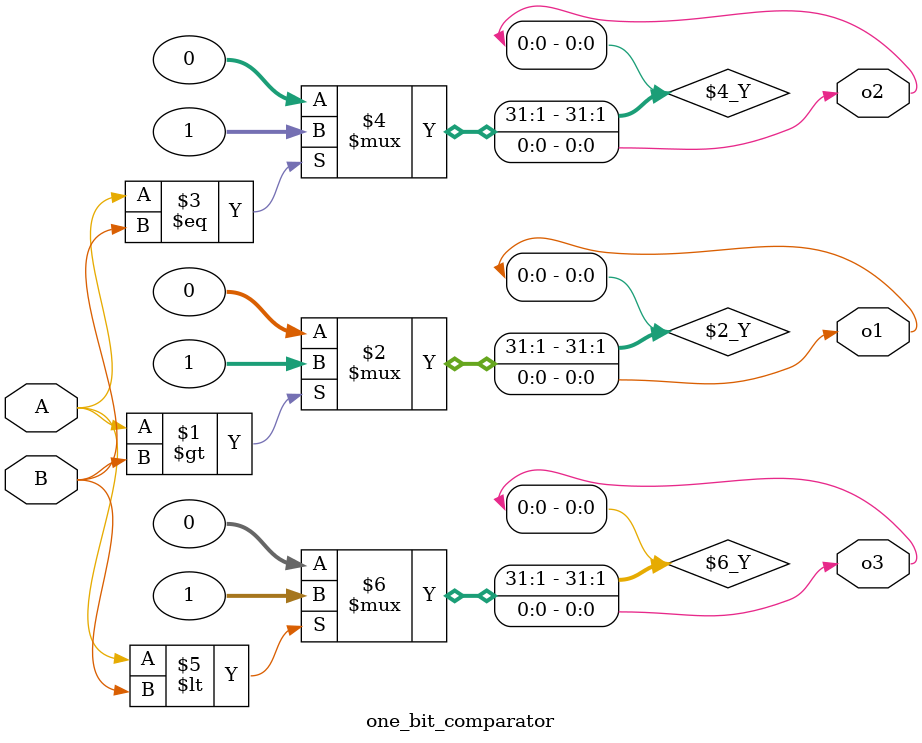
<source format=v>
module one_bit_comparator(
    input A,B,
    output o1,o2,o3
);
    assign o1=(A>B)?1:0;
    assign o2=(A==B)?1:0;
    assign o3=(A<B)?1:0;
endmodule

</source>
